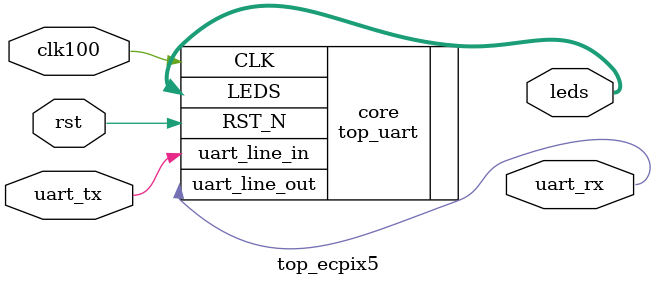
<source format=v>
/*! Verilog wrapper for the Kôika core (for use in FPGA synthesis, with a UART interface) !*/
module top_ecpix5(input clk100,
                  input rst,
                 // input [6:0]  btn,
                 output [11:0] leds,
                 output uart_rx, input uart_tx);

   // reg [3:0] counter = 0;
   // wire RST_N = counter[3];
   // always @(posedge clk100)
   //   counter <= counter + {3'b0, ~RST_N};

   top_uart core(.CLK(clk100), .RST_N(rst), .LEDS(leds),
                 .uart_line_in(uart_tx), .uart_line_out(uart_rx));
endmodule

// Local Variables:
// flycheck-verilator-include-path: ("../../_objects/rv32i.v/")
// End:

</source>
